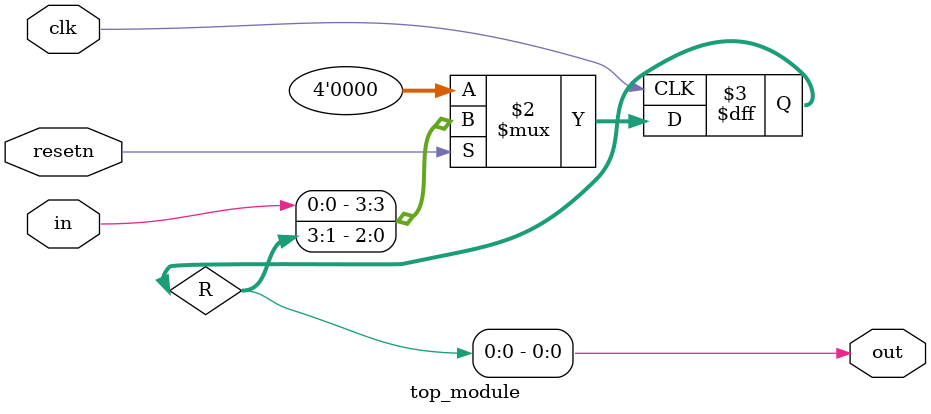
<source format=v>
module top_module (
    input clk,
    input resetn,   // synchronous reset
    input in,
    output out);
    reg [3:0]R;
    always @(posedge clk)begin
        R <= (resetn) ? {in, R[3:1]}: 4'd0;
    end
    assign out = R[0]; 
endmodule

</source>
